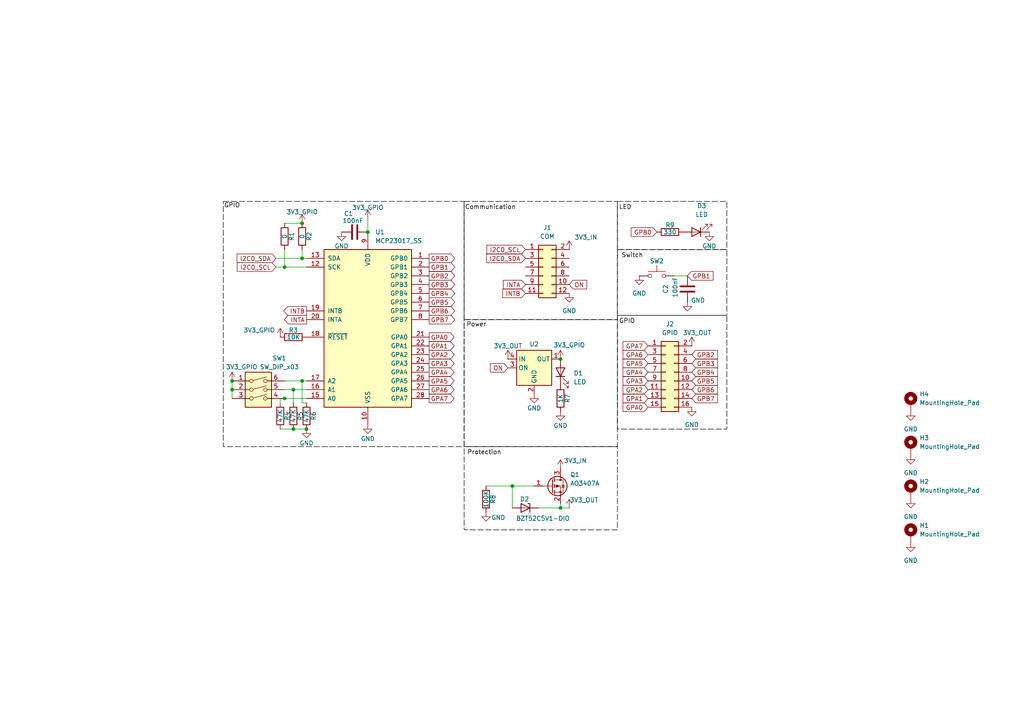
<source format=kicad_sch>
(kicad_sch (version 20250114) (generator "eeschema") (generator_version "9.0")
  (paper "A4")
  (title_block (title "GPIO_Board") (date "2025-10-26") (rev "1.0") (company "PKl"))
  (lib_symbols
    (symbol "Connector_Generic:Conn_02x06_Odd_Even" (pin_names (offset 1.016) (hide yes))
      (property "Reference" "J" (at 1.27 7.62 0))
      (property "Value" "Conn_02x06_Odd_Even" (at 1.27 -10.16 0))
      (symbol "Conn_02x06_Odd_Even_1_1"
        (rectangle (start -1.27 6.35) (end 3.81 -8.89) (stroke (width 0.254)) (fill (type background)))
        (rectangle (start -1.27 5.207) (end 0 4.953) (stroke (width 0.1524)))
        (rectangle (start -1.27 2.667) (end 0 2.413) (stroke (width 0.1524)))
        (rectangle (start -1.27 0.127) (end 0 -0.127) (stroke (width 0.1524)))
        (rectangle (start -1.27 -2.413) (end 0 -2.667) (stroke (width 0.1524)))
        (rectangle (start -1.27 -4.953) (end 0 -5.207) (stroke (width 0.1524)))
        (rectangle (start -1.27 -7.493) (end 0 -7.747) (stroke (width 0.1524)))
        (rectangle (start 3.81 5.207) (end 2.54 4.953) (stroke (width 0.1524)))
        (rectangle (start 3.81 2.667) (end 2.54 2.413) (stroke (width 0.1524)))
        (rectangle (start 3.81 0.127) (end 2.54 -0.127) (stroke (width 0.1524)))
        (rectangle (start 3.81 -2.413) (end 2.54 -2.667) (stroke (width 0.1524)))
        (rectangle (start 3.81 -4.953) (end 2.54 -5.207) (stroke (width 0.1524)))
        (rectangle (start 3.81 -7.493) (end 2.54 -7.747) (stroke (width 0.1524)))
        (pin passive line (at -5.08 5.08 0) (length 3.81) (name "Pin_1") (number "1"))
        (pin passive line (at -5.08 2.54 0) (length 3.81) (name "Pin_3") (number "3"))
        (pin passive line (at -5.08 0 0) (length 3.81) (name "Pin_5") (number "5"))
        (pin passive line (at -5.08 -2.54 0) (length 3.81) (name "Pin_7") (number "7"))
        (pin passive line (at -5.08 -5.08 0) (length 3.81) (name "Pin_9") (number "9"))
        (pin passive line (at -5.08 -7.62 0) (length 3.81) (name "Pin_11") (number "11"))
        (pin passive line (at 7.62 5.08 180) (length 3.81) (name "Pin_2") (number "2"))
        (pin passive line (at 7.62 2.54 180) (length 3.81) (name "Pin_4") (number "4"))
        (pin passive line (at 7.62 0 180) (length 3.81) (name "Pin_6") (number "6"))
        (pin passive line (at 7.62 -2.54 180) (length 3.81) (name "Pin_8") (number "8"))
        (pin passive line (at 7.62 -5.08 180) (length 3.81) (name "Pin_10") (number "10"))
        (pin passive line (at 7.62 -7.62 180) (length 3.81) (name "Pin_12") (number "12"))
      )
    )
    (symbol "Connector_Generic:Conn_02x08_Odd_Even" (pin_names (offset 1.016) (hide yes))
      (property "Reference" "J" (at 1.27 10.16 0))
      (property "Value" "Conn_02x08_Odd_Even" (at 1.27 -12.7 0))
      (symbol "Conn_02x08_Odd_Even_1_1"
        (rectangle (start -1.27 8.89) (end 3.81 -11.43) (stroke (width 0.254)) (fill (type background)))
        (rectangle (start -1.27 7.747) (end 0 7.493) (stroke (width 0.1524)))
        (rectangle (start -1.27 5.207) (end 0 4.953) (stroke (width 0.1524)))
        (rectangle (start -1.27 2.667) (end 0 2.413) (stroke (width 0.1524)))
        (rectangle (start -1.27 0.127) (end 0 -0.127) (stroke (width 0.1524)))
        (rectangle (start -1.27 -2.413) (end 0 -2.667) (stroke (width 0.1524)))
        (rectangle (start -1.27 -4.953) (end 0 -5.207) (stroke (width 0.1524)))
        (rectangle (start -1.27 -7.493) (end 0 -7.747) (stroke (width 0.1524)))
        (rectangle (start -1.27 -10.033) (end 0 -10.287) (stroke (width 0.1524)))
        (rectangle (start 3.81 7.747) (end 2.54 7.493) (stroke (width 0.1524)))
        (rectangle (start 3.81 5.207) (end 2.54 4.953) (stroke (width 0.1524)))
        (rectangle (start 3.81 2.667) (end 2.54 2.413) (stroke (width 0.1524)))
        (rectangle (start 3.81 0.127) (end 2.54 -0.127) (stroke (width 0.1524)))
        (rectangle (start 3.81 -2.413) (end 2.54 -2.667) (stroke (width 0.1524)))
        (rectangle (start 3.81 -4.953) (end 2.54 -5.207) (stroke (width 0.1524)))
        (rectangle (start 3.81 -7.493) (end 2.54 -7.747) (stroke (width 0.1524)))
        (rectangle (start 3.81 -10.033) (end 2.54 -10.287) (stroke (width 0.1524)))
        (pin passive line (at -5.08 7.62 0) (length 3.81) (name "Pin_1") (number "1"))
        (pin passive line (at -5.08 5.08 0) (length 3.81) (name "Pin_3") (number "3"))
        (pin passive line (at -5.08 2.54 0) (length 3.81) (name "Pin_5") (number "5"))
        (pin passive line (at -5.08 0 0) (length 3.81) (name "Pin_7") (number "7"))
        (pin passive line (at -5.08 -2.54 0) (length 3.81) (name "Pin_9") (number "9"))
        (pin passive line (at -5.08 -5.08 0) (length 3.81) (name "Pin_11") (number "11"))
        (pin passive line (at -5.08 -7.62 0) (length 3.81) (name "Pin_13") (number "13"))
        (pin passive line (at -5.08 -10.16 0) (length 3.81) (name "Pin_15") (number "15"))
        (pin passive line (at 7.62 7.62 180) (length 3.81) (name "Pin_2") (number "2"))
        (pin passive line (at 7.62 5.08 180) (length 3.81) (name "Pin_4") (number "4"))
        (pin passive line (at 7.62 2.54 180) (length 3.81) (name "Pin_6") (number "6"))
        (pin passive line (at 7.62 0 180) (length 3.81) (name "Pin_8") (number "8"))
        (pin passive line (at 7.62 -2.54 180) (length 3.81) (name "Pin_10") (number "10"))
        (pin passive line (at 7.62 -5.08 180) (length 3.81) (name "Pin_12") (number "12"))
        (pin passive line (at 7.62 -7.62 180) (length 3.81) (name "Pin_14") (number "14"))
        (pin passive line (at 7.62 -10.16 180) (length 3.81) (name "Pin_16") (number "16"))
      )
    )
    (symbol "Device:C" (pin_numbers (hide yes)) (pin_names (offset 0.254))
      (property "Reference" "C" (at 0.635 2.54 0))
      (property "Value" "C" (at 0.635 -2.54 0))
      (symbol "C_0_1"
        (polyline (pts (xy -2.032 0.762) (xy 2.032 0.762)) (stroke (width 0.508)))
        (polyline (pts (xy -2.032 -0.762) (xy 2.032 -0.762)) (stroke (width 0.508)))
      )
      (symbol "C_1_1"
        (pin passive line (at 0 3.81 270) (length 2.794) (name "~") (number "1"))
        (pin passive line (at 0 -3.81 90) (length 2.794) (name "~") (number "2"))
      )
    )
    (symbol "Device:LED" (pin_numbers (hide yes)) (pin_names (offset 1.016) (hide yes))
      (property "Reference" "D" (at 0 2.54 0))
      (property "Value" "LED" (at 0 -2.54 0))
      (symbol "LED_0_1"
        (polyline (pts (xy -3.048 -0.762) (xy -4.572 -2.286) (xy -3.81 -2.286) (xy -4.572 -2.286) (xy -4.572 -1.524)))
        (polyline (pts (xy -1.778 -0.762) (xy -3.302 -2.286) (xy -2.54 -2.286) (xy -3.302 -2.286) (xy -3.302 -1.524)))
        (polyline (pts (xy -1.27 0) (xy 1.27 0)))
        (polyline (pts (xy -1.27 -1.27) (xy -1.27 1.27)) (stroke (width 0.254)))
        (polyline (pts (xy 1.27 -1.27) (xy 1.27 1.27) (xy -1.27 0) (xy 1.27 -1.27)) (stroke (width 0.254)))
      )
      (symbol "LED_1_1"
        (pin passive line (at -3.81 0 0) (length 2.54) (name "K") (number "1"))
        (pin passive line (at 3.81 0 180) (length 2.54) (name "A") (number "2"))
      )
    )
    (symbol "Device:R" (pin_numbers (hide yes)) (pin_names (offset 0))
      (property "Reference" "R" (at 2.032 0 90))
      (property "Value" "R" (at 0 0 90))
      (symbol "R_0_1"
        (rectangle (start -1.016 -2.54) (end 1.016 2.54) (stroke (width 0.254)))
      )
      (symbol "R_1_1"
        (pin passive line (at 0 3.81 270) (length 1.27) (name "~") (number "1"))
        (pin passive line (at 0 -3.81 90) (length 1.27) (name "~") (number "2"))
      )
    )
    (symbol "Diode:BZT52Bxx" (pin_numbers (hide yes)) (pin_names (hide yes))
      (property "Reference" "D" (at 0 2.54 0))
      (property "Value" "BZT52Bxx" (at 0 -2.54 0))
      (symbol "BZT52Bxx_0_1"
        (polyline (pts (xy -1.27 -1.27) (xy -1.27 1.27) (xy -0.762 1.27)) (stroke (width 0.254)))
        (polyline (pts (xy 1.27 0) (xy -1.27 0)))
        (polyline (pts (xy 1.27 -1.27) (xy 1.27 1.27) (xy -1.27 0) (xy 1.27 -1.27)) (stroke (width 0.254)))
      )
      (symbol "BZT52Bxx_1_1"
        (pin passive line (at -3.81 0 0) (length 2.54) (name "K") (number "1"))
        (pin passive line (at 3.81 0 180) (length 2.54) (name "A") (number "2"))
      )
    )
    (symbol "Interface_Expansion:MCP23017_SS" (pin_names (offset 1.016))
      (property "Reference" "U" (at -11.43 24.13 0))
      (property "Value" "MCP23017_SS" (at 0 0 0))
      (symbol "MCP23017_SS_0_1"
        (rectangle (start -12.7 22.86) (end 12.7 -22.86) (stroke (width 0.254)) (fill (type background)))
      )
      (symbol "MCP23017_SS_1_1"
        (pin bidirectional line (at -17.78 20.32 0) (length 5.08) (name "SDA") (number "13"))
        (pin input line (at -17.78 17.78 0) (length 5.08) (name "SCK") (number "12"))
        (pin tri_state line (at -17.78 5.08 0) (length 5.08) (name "INTB") (number "19"))
        (pin tri_state line (at -17.78 2.54 0) (length 5.08) (name "INTA") (number "20"))
        (pin input line (at -17.78 -2.54 0) (length 5.08) (name "~{RESET}") (number "18"))
        (pin input line (at -17.78 -15.24 0) (length 5.08) (name "A2") (number "17"))
        (pin input line (at -17.78 -17.78 0) (length 5.08) (name "A1") (number "16"))
        (pin input line (at -17.78 -20.32 0) (length 5.08) (name "A0") (number "15"))
        (pin no_connect line (at -12.7 15.24 0) (length 5.08) (hide yes) (name "NC") (number "11"))
        (pin no_connect line (at -12.7 12.7 0) (length 5.08) (hide yes) (name "NC") (number "14"))
        (pin power_in line (at 0 27.94 270) (length 5.08) (name "VDD") (number "9"))
        (pin power_in line (at 0 -27.94 90) (length 5.08) (name "VSS") (number "10"))
        (pin bidirectional line (at 17.78 20.32 180) (length 5.08) (name "GPB0") (number "1"))
        (pin bidirectional line (at 17.78 17.78 180) (length 5.08) (name "GPB1") (number "2"))
        (pin bidirectional line (at 17.78 15.24 180) (length 5.08) (name "GPB2") (number "3"))
        (pin bidirectional line (at 17.78 12.7 180) (length 5.08) (name "GPB3") (number "4"))
        (pin bidirectional line (at 17.78 10.16 180) (length 5.08) (name "GPB4") (number "5"))
        (pin bidirectional line (at 17.78 7.62 180) (length 5.08) (name "GPB5") (number "6"))
        (pin bidirectional line (at 17.78 5.08 180) (length 5.08) (name "GPB6") (number "7"))
        (pin output line (at 17.78 2.54 180) (length 5.08) (name "GPB7") (number "8"))
        (pin bidirectional line (at 17.78 -2.54 180) (length 5.08) (name "GPA0") (number "21"))
        (pin bidirectional line (at 17.78 -5.08 180) (length 5.08) (name "GPA1") (number "22"))
        (pin bidirectional line (at 17.78 -7.62 180) (length 5.08) (name "GPA2") (number "23"))
        (pin bidirectional line (at 17.78 -10.16 180) (length 5.08) (name "GPA3") (number "24"))
        (pin bidirectional line (at 17.78 -12.7 180) (length 5.08) (name "GPA4") (number "25"))
        (pin bidirectional line (at 17.78 -15.24 180) (length 5.08) (name "GPA5") (number "26"))
        (pin bidirectional line (at 17.78 -17.78 180) (length 5.08) (name "GPA6") (number "27"))
        (pin output line (at 17.78 -20.32 180) (length 5.08) (name "GPA7") (number "28"))
      )
    )
    (symbol "Mechanical:MountingHole_Pad" (pin_numbers (hide yes)) (pin_names (offset 1.016) (hide yes)) (in_bom no)
      (property "Reference" "H" (at 0 6.35 0))
      (property "Value" "MountingHole_Pad" (at 0 4.445 0))
      (symbol "MountingHole_Pad_0_1"
        (circle (center 0 1.27) (radius 1.27) (stroke (width 1.27)))
      )
      (symbol "MountingHole_Pad_1_1"
        (pin input line (at 0 -2.54 90) (length 2.54) (name "1") (number "1"))
      )
    )
    (symbol "Power_Management:SiP32431DR3"
      (property "Reference" "U" (at 0 8.89 0))
      (property "Value" "SiP32431DR3" (at 0 6.35 0))
      (symbol "SiP32431DR3_0_1"
        (rectangle (start -5.08 5.08) (end 5.08 -5.08) (stroke (width 0.254)) (fill (type background)))
      )
      (symbol "SiP32431DR3_1_1"
        (pin passive line (at -7.62 2.54 0) (length 2.54) (name "IN") (number "4"))
        (pin input line (at -7.62 0 0) (length 2.54) (name "ON") (number "3"))
        (pin power_in line (at 0 -7.62 90) (length 2.54) (name "GND") (number "2"))
        (pin passive line (at 0 -7.62 90) (length 2.54) (hide yes) (name "GND") (number "5"))
        (pin no_connect line (at 5.08 0 180) (length 2.54) (hide yes) (name "NC") (number "6"))
        (pin passive line (at 7.62 2.54 180) (length 2.54) (name "OUT") (number "1"))
      )
    )
    (symbol "Switch:SW_DIP_x03" (pin_names (offset 0) (hide yes))
      (property "Reference" "SW" (at 0 6.35 0))
      (property "Value" "SW_DIP_x03" (at 0 -6.35 0))
      (symbol "SW_DIP_x03_0_0"
        (circle (center -2.032 2.54) (radius 0.508))
        (circle (center -2.032 0) (radius 0.508))
        (circle (center -2.032 -2.54) (radius 0.508))
        (polyline (pts (xy -1.524 2.667) (xy 2.3622 3.7084)))
        (polyline (pts (xy -1.524 0.127) (xy 2.3622 1.1684)))
        (polyline (pts (xy -1.524 -2.413) (xy 2.3622 -1.3716)))
        (circle (center 2.032 2.54) (radius 0.508))
        (circle (center 2.032 0) (radius 0.508))
        (circle (center 2.032 -2.54) (radius 0.508))
      )
      (symbol "SW_DIP_x03_0_1"
        (rectangle (start -3.81 5.08) (end 3.81 -5.08) (stroke (width 0.254)) (fill (type background)))
      )
      (symbol "SW_DIP_x03_1_1"
        (pin passive line (at -7.62 2.54 0) (length 5.08) (name "~") (number "1"))
        (pin passive line (at -7.62 0 0) (length 5.08) (name "~") (number "2"))
        (pin passive line (at -7.62 -2.54 0) (length 5.08) (name "~") (number "3"))
        (pin passive line (at 7.62 2.54 180) (length 5.08) (name "~") (number "6"))
        (pin passive line (at 7.62 0 180) (length 5.08) (name "~") (number "5"))
        (pin passive line (at 7.62 -2.54 180) (length 5.08) (name "~") (number "4"))
      )
    )
    (symbol "Switch:SW_Push" (pin_numbers (hide yes)) (pin_names (offset 1.016) (hide yes))
      (property "Reference" "SW" (at 1.27 2.54 0))
      (property "Value" "SW_Push" (at 0 -1.524 0))
      (symbol "SW_Push_0_1"
        (circle (center -2.032 0) (radius 0.508))
        (polyline (pts (xy 0 1.27) (xy 0 3.048)))
        (circle (center 2.032 0) (radius 0.508))
        (polyline (pts (xy 2.54 1.27) (xy -2.54 1.27)))
        (pin passive line (at -5.08 0 0) (length 2.54) (name "1") (number "1"))
        (pin passive line (at 5.08 0 180) (length 2.54) (name "2") (number "2"))
      )
    )
    (symbol "Transistor_FET:AO3401A" (pin_names (hide yes))
      (property "Reference" "Q" (at 5.08 1.905 0))
      (property "Value" "AO3401A" (at 5.08 0 0))
      (symbol "AO3401A_0_1"
        (polyline (pts (xy 0.254 1.905) (xy 0.254 -1.905)) (stroke (width 0.254)))
        (polyline (pts (xy 0.254 0) (xy -2.54 0)))
        (polyline (pts (xy 0.762 2.286) (xy 0.762 1.27)) (stroke (width 0.254)))
        (polyline (pts (xy 0.762 1.778) (xy 3.302 1.778) (xy 3.302 -1.778) (xy 0.762 -1.778)))
        (polyline (pts (xy 0.762 0.508) (xy 0.762 -0.508)) (stroke (width 0.254)))
        (polyline (pts (xy 0.762 -1.27) (xy 0.762 -2.286)) (stroke (width 0.254)))
        (circle (center 1.651 0) (radius 2.794) (stroke (width 0.254)))
        (polyline (pts (xy 2.286 0) (xy 1.27 0.381) (xy 1.27 -0.381) (xy 2.286 0)) (fill (type outline)))
        (polyline (pts (xy 2.54 2.54) (xy 2.54 1.778)))
        (circle (center 2.54 1.778) (radius 0.254) (fill (type outline)))
        (circle (center 2.54 -1.778) (radius 0.254) (fill (type outline)))
        (polyline (pts (xy 2.54 -2.54) (xy 2.54 0) (xy 0.762 0)))
        (polyline (pts (xy 2.794 -0.508) (xy 2.921 -0.381) (xy 3.683 -0.381) (xy 3.81 -0.254)))
        (polyline (pts (xy 3.302 -0.381) (xy 2.921 0.254) (xy 3.683 0.254) (xy 3.302 -0.381)))
      )
      (symbol "AO3401A_1_1"
        (pin input line (at -5.08 0 0) (length 2.54) (name "G") (number "1"))
        (pin passive line (at 2.54 5.08 270) (length 2.54) (name "D") (number "3"))
        (pin passive line (at 2.54 -5.08 90) (length 2.54) (name "S") (number "2"))
      )
    )
    (symbol "power:+3.3V" (power) (pin_numbers (hide yes)) (pin_names (offset 0) (hide yes))
      (property "Value" "+3.3V" (at 0 3.556 0))
      (symbol "+3.3V_0_1"
        (polyline (pts (xy -0.762 1.27) (xy 0 2.54)))
        (polyline (pts (xy 0 2.54) (xy 0.762 1.27)))
        (polyline (pts (xy 0 0) (xy 0 2.54)))
      )
      (symbol "+3.3V_1_1"
        (pin power_in line (at 0 0 90) (length 0) (name "~") (number "1"))
      )
    )
    (symbol "power:GND" (power) (pin_numbers (hide yes)) (pin_names (offset 0) (hide yes))
      (property "Value" "GND" (at 0 -3.81 0))
      (symbol "GND_0_1"
        (polyline (pts (xy 0 0) (xy 0 -1.27) (xy 1.27 -1.27) (xy 0 -2.54) (xy -1.27 -1.27) (xy 0 -1.27)))
      )
      (symbol "GND_1_1"
        (pin power_in line (at 0 0 270) (length 0) (name "~") (number "1"))
      )
    )
  )
  (rectangle (start 64.77 58.42) (end 134.62 129.54) (stroke (width 0) (type dash) (color 0 0 0 1)))
  (rectangle (start 179.07 58.42) (end 210.82 72.39) (stroke (width 0) (type dash) (color 0 0 0 1)))
  (rectangle (start 134.62 58.42) (end 179.07 92.71) (stroke (width 0) (type dash) (color 0 0 0 1)))
  (rectangle (start 134.62 129.54) (end 179.07 153.67) (stroke (width 0) (type dash) (color 0 0 0 1)))
  (rectangle (start 134.62 92.71) (end 179.07 129.54) (stroke (width 0) (type dash) (color 0 0 0 1)))
  (rectangle (start 179.07 72.39) (end 210.82 91.44) (stroke (width 0) (type dash) (color 0 0 0 1)))
  (rectangle (start 179.07 91.44) (end 210.82 124.46) (stroke (width 0) (type dash) (color 0 0 0 1)))
  (text "LED" (at 181.356 60.198 0) (effects (font (size 1.27 1.27))))
  (text "Protection" (at 140.462 131.318 0) (effects (font (size 1.27 1.27))))
  (text "Communication" (at 142.24 60.198 0) (effects (font (size 1.27 1.27))))
  (text "GPIO" (at 67.31 59.69 0) (effects (font (size 1.27 1.27))))
  (text "GPIO" (at 181.864 93.218 0) (effects (font (size 1.27 1.27))))
  (text "Switch" (at 183.388 74.168 0) (effects (font (size 1.27 1.27))))
  (text "Power" (at 138.176 94.234 0) (effects (font (size 1.27 1.27))))
  (junction (at 162.56 104.14))
  (junction (at 85.09 113.03))
  (junction (at 85.09 124.46))
  (junction (at 87.63 64.77))
  (junction (at 106.68 67.31))
  (junction (at 82.55 77.47))
  (junction (at 87.63 110.49))
  (junction (at 82.55 115.57))
  (junction (at 148.59 140.97))
  (junction (at 162.56 147.32))
  (junction (at 67.31 113.03))
  (junction (at 87.63 74.93))
  (junction (at 88.9 124.46))
  (junction (at 67.31 110.49))
  (wire (pts (xy 87.63 116.84) (xy 87.63 110.49)))
  (wire (pts (xy 67.31 113.03) (xy 67.31 115.57)))
  (wire (pts (xy 82.55 64.77) (xy 87.63 64.77)))
  (wire (pts (xy 85.09 113.03) (xy 88.9 113.03)))
  (wire (pts (xy 106.68 63.5) (xy 106.68 67.31)))
  (wire (pts (xy 82.55 77.47) (xy 88.9 77.47)))
  (wire (pts (xy 67.31 110.49) (xy 67.31 113.03)))
  (wire (pts (xy 148.59 140.97) (xy 148.59 147.32)))
  (wire (pts (xy 87.63 110.49) (xy 88.9 110.49)))
  (wire (pts (xy 140.97 140.97) (xy 148.59 140.97)))
  (wire (pts (xy 82.55 113.03) (xy 85.09 113.03)))
  (wire (pts (xy 88.9 116.84) (xy 87.63 116.84)))
  (wire (pts (xy 81.28 124.46) (xy 85.09 124.46)))
  (wire (pts (xy 87.63 74.93) (xy 88.9 74.93)))
  (wire (pts (xy 199.39 80.01) (xy 195.58 80.01)))
  (wire (pts (xy 81.28 116.84) (xy 81.28 115.57)))
  (wire (pts (xy 87.63 72.39) (xy 87.63 74.93)))
  (wire (pts (xy 82.55 115.57) (xy 88.9 115.57)))
  (wire (pts (xy 81.28 115.57) (xy 82.55 115.57)))
  (wire (pts (xy 156.21 147.32) (xy 162.56 147.32)))
  (wire (pts (xy 80.01 74.93) (xy 87.63 74.93)))
  (wire (pts (xy 85.09 113.03) (xy 85.09 116.84)))
  (wire (pts (xy 82.55 72.39) (xy 82.55 77.47)))
  (wire (pts (xy 82.55 110.49) (xy 87.63 110.49)))
  (wire (pts (xy 85.09 124.46) (xy 88.9 124.46)))
  (wire (pts (xy 162.56 146.05) (xy 162.56 147.32)))
  (wire (pts (xy 80.01 77.47) (xy 82.55 77.47)))
  (wire (pts (xy 162.56 147.32) (xy 165.1 147.32)))
  (wire (pts (xy 148.59 140.97) (xy 154.94 140.97)))
  (global_label "GPB1" (shape output) (at 124.46 77.47 0) (property "Intersheetrefs" "${INTERSHEET_REFS}" (effects (hide yes))))
  (global_label "GPA4" (shape output) (at 124.46 107.95 0) (property "Intersheetrefs" "${INTERSHEET_REFS}" (effects (hide yes))))
  (global_label "GPA1" (shape output) (at 124.46 100.33 0) (property "Intersheetrefs" "${INTERSHEET_REFS}" (effects (hide yes))))
  (global_label "GPA0" (shape input) (at 187.96 118.11 180) (property "Intersheetrefs" "${INTERSHEET_REFS}" (effects (hide yes))))
  (global_label "GPB2" (shape input) (at 200.66 102.87 0) (property "Intersheetrefs" "${INTERSHEET_REFS}" (effects (hide yes))))
  (global_label "GPB0" (shape output) (at 124.46 74.93 0) (property "Intersheetrefs" "${INTERSHEET_REFS}" (effects (hide yes))))
  (global_label "INTA" (shape output) (at 88.9 92.71 180) (property "Intersheetrefs" "${INTERSHEET_REFS}" (effects (hide yes))))
  (global_label "GPB5" (shape output) (at 124.46 87.63 0) (property "Intersheetrefs" "${INTERSHEET_REFS}" (effects (hide yes))))
  (global_label "I2C0_SDA" (shape input) (at 152.4 74.93 180) (property "Intersheetrefs" "${INTERSHEET_REFS}" (effects (hide yes))))
  (global_label "GPA1" (shape input) (at 187.96 115.57 180) (property "Intersheetrefs" "${INTERSHEET_REFS}" (effects (hide yes))))
  (global_label "GPB7" (shape input) (at 200.66 115.57 0) (property "Intersheetrefs" "${INTERSHEET_REFS}" (effects (hide yes))))
  (global_label "I2C0_SCL" (shape input) (at 80.01 77.47 180) (property "Intersheetrefs" "${INTERSHEET_REFS}" (effects (hide yes))))
  (global_label "GPA6" (shape output) (at 124.46 113.03 0) (property "Intersheetrefs" "${INTERSHEET_REFS}" (effects (hide yes))))
  (global_label "GPA3" (shape output) (at 124.46 105.41 0) (property "Intersheetrefs" "${INTERSHEET_REFS}" (effects (hide yes))))
  (global_label "GPB3" (shape input) (at 200.66 105.41 0) (property "Intersheetrefs" "${INTERSHEET_REFS}" (effects (hide yes))))
  (global_label "ON" (shape input) (at 165.1 82.55 0) (property "Intersheetrefs" "${INTERSHEET_REFS}" (effects (hide yes))))
  (global_label "GPA5" (shape output) (at 124.46 110.49 0) (property "Intersheetrefs" "${INTERSHEET_REFS}" (effects (hide yes))))
  (global_label "GPB5" (shape input) (at 200.66 110.49 0) (property "Intersheetrefs" "${INTERSHEET_REFS}" (effects (hide yes))))
  (global_label "GPB0" (shape input) (at 190.5 67.31 180) (property "Intersheetrefs" "${INTERSHEET_REFS}" (effects (hide yes))))
  (global_label "GPB4" (shape output) (at 124.46 85.09 0) (property "Intersheetrefs" "${INTERSHEET_REFS}" (effects (hide yes))))
  (global_label "GPA7" (shape output) (at 124.46 115.57 0) (property "Intersheetrefs" "${INTERSHEET_REFS}" (effects (hide yes))))
  (global_label "GPB6" (shape output) (at 124.46 90.17 0) (property "Intersheetrefs" "${INTERSHEET_REFS}" (effects (hide yes))))
  (global_label "GPB4" (shape input) (at 200.66 107.95 0) (property "Intersheetrefs" "${INTERSHEET_REFS}" (effects (hide yes))))
  (global_label "GPA2" (shape input) (at 187.96 113.03 180) (property "Intersheetrefs" "${INTERSHEET_REFS}" (effects (hide yes))))
  (global_label "I2C0_SDA" (shape input) (at 80.01 74.93 180) (property "Intersheetrefs" "${INTERSHEET_REFS}" (effects (hide yes))))
  (global_label "GPA7" (shape input) (at 187.96 100.33 180) (property "Intersheetrefs" "${INTERSHEET_REFS}" (effects (hide yes))))
  (global_label "INTB" (shape input) (at 152.4 85.09 180) (property "Intersheetrefs" "${INTERSHEET_REFS}" (effects (hide yes))))
  (global_label "GPA6" (shape input) (at 187.96 102.87 180) (property "Intersheetrefs" "${INTERSHEET_REFS}" (effects (hide yes))))
  (global_label "GPB1" (shape input) (at 199.39 80.01 0) (property "Intersheetrefs" "${INTERSHEET_REFS}" (effects (hide yes))))
  (global_label "GPB6" (shape input) (at 200.66 113.03 0) (property "Intersheetrefs" "${INTERSHEET_REFS}" (effects (hide yes))))
  (global_label "GPA4" (shape input) (at 187.96 107.95 180) (property "Intersheetrefs" "${INTERSHEET_REFS}" (effects (hide yes))))
  (global_label "ON" (shape input) (at 147.32 106.68 180) (property "Intersheetrefs" "${INTERSHEET_REFS}" (effects (hide yes))))
  (global_label "GPB2" (shape output) (at 124.46 80.01 0) (property "Intersheetrefs" "${INTERSHEET_REFS}" (effects (hide yes))))
  (global_label "I2C0_SCL" (shape input) (at 152.4 72.39 180) (property "Intersheetrefs" "${INTERSHEET_REFS}" (effects (hide yes))))
  (global_label "GPB3" (shape output) (at 124.46 82.55 0) (property "Intersheetrefs" "${INTERSHEET_REFS}" (effects (hide yes))))
  (global_label "GPB7" (shape output) (at 124.46 92.71 0) (property "Intersheetrefs" "${INTERSHEET_REFS}" (effects (hide yes))))
  (global_label "GPA0" (shape output) (at 124.46 97.79 0) (property "Intersheetrefs" "${INTERSHEET_REFS}" (effects (hide yes))))
  (global_label "INTB" (shape output) (at 88.9 90.17 180) (property "Intersheetrefs" "${INTERSHEET_REFS}" (effects (hide yes))))
  (global_label "GPA3" (shape input) (at 187.96 110.49 180) (property "Intersheetrefs" "${INTERSHEET_REFS}" (effects (hide yes))))
  (global_label "GPA2" (shape output) (at 124.46 102.87 0) (property "Intersheetrefs" "${INTERSHEET_REFS}" (effects (hide yes))))
  (global_label "GPA5" (shape input) (at 187.96 105.41 180) (property "Intersheetrefs" "${INTERSHEET_REFS}" (effects (hide yes))))
  (global_label "INTA" (shape input) (at 152.4 82.55 180) (property "Intersheetrefs" "${INTERSHEET_REFS}" (effects (hide yes))))
  (symbol (lib_id "Power_Management:SiP32431DR3") (at 154.94 106.68 0) (unit 1)
    (property "Reference" "U2" (at 154.94 99.822 0))
    (property "Value" "SIP32431DR3-T1GE3" (effects (hide yes)))
    (property "Footprint" "Package_TO_SOT_SMD:SOT-363_SC-70-6" (effects (hide yes)))
    (property "Datasheet" "http://www.vishay.com.hk/docs/66597/sip32431.pdf" (effects (hide yes)))
    (property "Description" "10 pA, Ultra Low Leakage and Quiescent Current, Load Switch with Reverse Blocking, High Enable, SC-70-6" (effects (hide yes)))
  )
  (symbol (lib_id "Device:R") (at 81.28 120.65 180) (unit 1)
    (property "Reference" "R4" (at 83.312 120.65 90))
    (property "Value" "47K" (at 81.28 120.65 90))
    (property "Footprint" "Resistor_SMD:R_0805_2012Metric" (effects (hide yes)))
    (property "Description" "Resistor" (effects (hide yes)))
  )
  (symbol (lib_id "power:GND") (at 264.16 144.78 0) (unit 1)
    (property "Reference" "#PWR077" (effects (hide yes)))
    (property "Value" "GND" (at 264.16 149.86 0))
    (property "Description" "Power symbol creates a global label with name \"GND\" , ground" (effects (hide yes)))
  )
  (symbol (lib_id "Device:R") (at 162.56 115.57 180) (unit 1)
    (property "Reference" "R7" (at 164.592 115.57 90))
    (property "Value" "1K" (at 162.56 115.57 90))
    (property "Footprint" "Resistor_SMD:R_0805_2012Metric" (effects (hide yes)))
    (property "Description" "Resistor" (effects (hide yes)))
  )
  (symbol (lib_id "power:GND") (at 154.94 114.3 0) (unit 1)
    (property "Reference" "#PWR02" (effects (hide yes)))
    (property "Value" "GND" (at 154.94 118.364 0))
    (property "Description" "Power symbol creates a global label with name \"GND\" , ground" (effects (hide yes)))
  )
  (symbol (lib_id "Diode:BZT52Bxx") (at 152.4 147.32 0) (mirror y) (unit 1)
    (property "Reference" "D2" (at 152.146 144.78 0))
    (property "Value" "BZT52C5V1-DIO" (at 157.48 150.368 0))
    (property "Footprint" "Diode_SMD:D_SOD-123F" (effects (hide yes)))
    (property "Datasheet" "https://diotec.com/tl_files/diotec/files/pdf/datasheets/bzt52b2v4.pdf" (effects (hide yes)))
    (property "Description" "500mW Zener Diode, SOD-123F" (effects (hide yes)))
  )
  (symbol (lib_id "power:+3.3V") (at 162.56 135.89 0) (unit 1)
    (property "Reference" "#PWR0101" (effects (hide yes)))
    (property "Value" "3V3_IN" (at 166.878 133.604 0))
    (property "Description" "Power symbol creates a global label with name \"+3.3V\"" (effects (hide yes)))
  )
  (symbol (lib_id "Mechanical:MountingHole_Pad") (at 264.16 116.84 0) (unit 1) (in_bom no)
    (property "Reference" "H4" (at 266.7 114.2999 0) (effects (justify left)))
    (property "Value" "MountingHole_Pad" (at 266.7 116.8399 0) (effects (justify left)))
    (property "Footprint" "MountingHole:MountingHole_3.2mm_M3_DIN965_Pad" (effects (hide yes)))
    (property "Description" "Mounting Hole with connection" (effects (hide yes)))
  )
  (symbol (lib_id "Device:R") (at 85.09 120.65 180) (unit 1)
    (property "Reference" "R5" (at 87.122 120.65 90))
    (property "Value" "47K" (at 85.09 120.65 90))
    (property "Footprint" "Resistor_SMD:R_0805_2012Metric" (effects (hide yes)))
    (property "Description" "Resistor" (effects (hide yes)))
  )
  (symbol (lib_id "power:GND") (at 185.42 80.01 0) (unit 1)
    (property "Reference" "#PWR037" (effects (hide yes)))
    (property "Value" "GND" (at 185.42 85.09 0))
    (property "Description" "Power symbol creates a global label with name \"GND\" , ground" (effects (hide yes)))
  )
  (symbol (lib_id "Mechanical:MountingHole_Pad") (at 264.16 129.54 0) (unit 1) (in_bom no)
    (property "Reference" "H3" (at 266.7 126.9999 0) (effects (justify left)))
    (property "Value" "MountingHole_Pad" (at 266.7 129.5399 0) (effects (justify left)))
    (property "Footprint" "MountingHole:MountingHole_3.2mm_M3_DIN965_Pad" (effects (hide yes)))
    (property "Description" "Mounting Hole with connection" (effects (hide yes)))
  )
  (symbol (lib_id "power:GND") (at 264.16 157.48 0) (unit 1)
    (property "Reference" "#PWR078" (effects (hide yes)))
    (property "Value" "GND" (at 264.16 162.56 0))
    (property "Description" "Power symbol creates a global label with name \"GND\" , ground" (effects (hide yes)))
  )
  (symbol (lib_id "Device:R") (at 88.9 120.65 180) (unit 1)
    (property "Reference" "R6" (at 90.932 120.65 90))
    (property "Value" "47K" (at 88.9 120.65 90))
    (property "Footprint" "Resistor_SMD:R_0805_2012Metric" (effects (hide yes)))
    (property "Description" "Resistor" (effects (hide yes)))
  )
  (symbol (lib_id "power:GND") (at 264.16 119.38 0) (unit 1)
    (property "Reference" "#PWR0132" (effects (hide yes)))
    (property "Value" "GND" (at 264.16 124.46 0))
    (property "Description" "Power symbol creates a global label with name \"GND\" , ground" (effects (hide yes)))
  )
  (symbol (lib_id "power:GND") (at 162.56 119.38 0) (unit 1)
    (property "Reference" "#PWR04" (effects (hide yes)))
    (property "Value" "GND" (at 162.56 123.444 0))
    (property "Description" "Power symbol creates a global label with name \"GND\" , ground" (effects (hide yes)))
  )
  (symbol (lib_id "Device:LED") (at 201.93 67.31 180) (unit 1)
    (property "Reference" "D3" (at 203.5175 59.69 0))
    (property "Value" "LED" (at 203.5175 62.23 0))
    (property "Footprint" "LED_SMD:LED_0805_2012Metric" (effects (hide yes)))
    (property "Description" "Light emitting diode" (effects (hide yes)))
    (property "Sim.Pins" "1=K 2=A" (effects (hide yes)))
  )
  (symbol (lib_id "Switch:SW_DIP_x03") (at 74.93 113.03 0) (unit 1)
    (property "Reference" "SW1" (at 81.026 103.886 0))
    (property "Value" "SW_DIP_x03" (at 81.026 106.426 0))
    (property "Footprint" "Button_Switch_THT:SW_DIP_SPSTx03_Slide_9.78x9.8mm_W7.62mm_P2.54mm" (effects (hide yes)))
    (property "Description" "3x DIP Switch, Single Pole Single Throw (SPST) switch, small symbol" (effects (hide yes)))
  )
  (symbol (lib_id "Device:R") (at 85.09 97.79 270) (unit 1)
    (property "Reference" "R3" (at 85.09 95.758 90))
    (property "Value" "10K" (at 85.09 97.79 90))
    (property "Footprint" "Resistor_SMD:R_0805_2012Metric" (effects (hide yes)))
    (property "Description" "Resistor" (effects (hide yes)))
  )
  (symbol (lib_id "power:GND") (at 199.39 87.63 0) (unit 1)
    (property "Reference" "#PWR076" (effects (hide yes)))
    (property "Value" "GND" (at 202.438 87.122 0))
    (property "Description" "Power symbol creates a global label with name \"GND\" , ground" (effects (hide yes)))
  )
  (symbol (lib_id "power:GND") (at 99.06 67.31 0) (unit 1)
    (property "Reference" "#PWR085" (effects (hide yes)))
    (property "Value" "GND" (at 99.06 71.374 0))
    (property "Description" "Power symbol creates a global label with name \"GND\" , ground" (effects (hide yes)))
  )
  (symbol (lib_id "power:+3.3V") (at 81.28 97.79 0) (unit 1)
    (property "Reference" "#PWR0108" (effects (hide yes)))
    (property "Value" "3V3_GPIO" (at 75.184 95.758 0))
    (property "Description" "Power symbol creates a global label with name \"+3.3V\"" (effects (hide yes)))
  )
  (symbol (lib_id "Device:R") (at 140.97 144.78 180) (unit 1)
    (property "Reference" "R8" (at 143.002 144.78 90))
    (property "Value" "100K" (at 140.97 144.78 90))
    (property "Footprint" "Resistor_SMD:R_0805_2012Metric" (effects (hide yes)))
    (property "Description" "Resistor" (effects (hide yes)))
  )
  (symbol (lib_id "Mechanical:MountingHole_Pad") (at 264.16 142.24 0) (unit 1) (in_bom no)
    (property "Reference" "H2" (at 266.7 139.6999 0) (effects (justify left)))
    (property "Value" "MountingHole_Pad" (at 266.7 142.2399 0) (effects (justify left)))
    (property "Footprint" "MountingHole:MountingHole_3.2mm_M3_DIN965_Pad" (effects (hide yes)))
    (property "Description" "Mounting Hole with connection" (effects (hide yes)))
  )
  (symbol (lib_id "Transistor_FET:AO3401A") (at 160.02 140.97 0) (unit 1)
    (property "Reference" "Q1" (at 165.354 137.668 0) (effects (justify left)))
    (property "Value" "AO3407A" (at 165.354 140.208 0) (effects (justify left)))
    (property "Footprint" "Package_TO_SOT_SMD:SOT-23" (effects (hide yes)))
    (property "Datasheet" "http://www.aosmd.com/pdfs/datasheet/AO3401A.pdf" (effects (hide yes)))
    (property "Description" "-4.0A Id, -30V Vds, P-Channel MOSFET, SOT-23" (effects (hide yes)))
  )
  (symbol (lib_id "Device:R") (at 194.31 67.31 270) (unit 1)
    (property "Reference" "R9" (at 194.31 65.278 90))
    (property "Value" "330" (at 194.31 67.31 90))
    (property "Footprint" "Resistor_SMD:R_0805_2012Metric" (effects (hide yes)))
    (property "Description" "Resistor" (effects (hide yes)))
  )
  (symbol (lib_id "power:GND") (at 200.66 118.11 0) (unit 1)
    (property "Reference" "#PWR07" (effects (hide yes)))
    (property "Value" "GND" (at 200.66 123.19 0))
    (property "Description" "Power symbol creates a global label with name \"GND\" , ground" (effects (hide yes)))
  )
  (symbol (lib_id "power:GND") (at 205.74 67.31 0) (unit 1)
    (property "Reference" "#PWR051" (effects (hide yes)))
    (property "Value" "GND" (at 205.74 71.374 0))
    (property "Description" "Power symbol creates a global label with name \"GND\" , ground" (effects (hide yes)))
  )
  (symbol (lib_id "Device:R") (at 82.55 68.58 180) (unit 1)
    (property "Reference" "R1" (at 84.582 68.58 90))
    (property "Value" "0" (at 82.55 68.58 90))
    (property "Footprint" "Resistor_SMD:R_0805_2012Metric" (effects (hide yes)))
    (property "Description" "Resistor" (effects (hide yes)))
  )
  (symbol (lib_id "power:GND") (at 88.9 124.46 0) (unit 1)
    (property "Reference" "#PWR0110" (effects (hide yes)))
    (property "Value" "GND" (at 88.9 128.524 0))
    (property "Description" "Power symbol creates a global label with name \"GND\" , ground" (effects (hide yes)))
  )
  (symbol (lib_id "power:+3.3V") (at 67.31 110.49 0) (unit 1)
    (property "Reference" "#PWR0109" (effects (hide yes)))
    (property "Value" "3V3_GPIO" (at 70.104 106.426 0))
    (property "Description" "Power symbol creates a global label with name \"+3.3V\"" (effects (hide yes)))
  )
  (symbol (lib_id "power:GND") (at 165.1 85.09 0) (unit 1)
    (property "Reference" "#PWR05" (effects (hide yes)))
    (property "Value" "GND" (at 165.1 90.17 0))
    (property "Description" "Power symbol creates a global label with name \"GND\" , ground" (effects (hide yes)))
  )
  (symbol (lib_id "power:GND") (at 264.16 132.08 0) (unit 1)
    (property "Reference" "#PWR0131" (effects (hide yes)))
    (property "Value" "GND" (at 264.16 137.16 0))
    (property "Description" "Power symbol creates a global label with name \"GND\" , ground" (effects (hide yes)))
  )
  (symbol (lib_id "power:+3.3V") (at 162.56 104.14 0) (unit 1)
    (property "Reference" "#PWR03" (effects (hide yes)))
    (property "Value" "3V3_GPIO" (at 165.1 100.076 0))
    (property "Description" "Power symbol creates a global label with name \"+3.3V\"" (effects (hide yes)))
  )
  (symbol (lib_id "Device:LED") (at 162.56 107.95 90) (unit 1)
    (property "Reference" "D1" (at 166.37 108.2674 90) (effects (justify right)))
    (property "Value" "LED" (at 166.37 110.8074 90) (effects (justify right)))
    (property "Footprint" "LED_SMD:LED_0805_2012Metric" (effects (hide yes)))
    (property "Description" "Light emitting diode" (effects (hide yes)))
    (property "Sim.Pins" "1=K 2=A" (effects (hide yes)))
  )
  (symbol (lib_id "power:+3.3V") (at 165.1 72.39 0) (unit 1)
    (property "Reference" "#PWR06" (effects (hide yes)))
    (property "Value" "3V3_IN" (at 169.926 68.834 0))
    (property "Description" "Power symbol creates a global label with name \"+3.3V\"" (effects (hide yes)))
  )
  (symbol (lib_id "Mechanical:MountingHole_Pad") (at 264.16 154.94 0) (unit 1) (in_bom no)
    (property "Reference" "H1" (at 266.7 152.3999 0) (effects (justify left)))
    (property "Value" "MountingHole_Pad" (at 266.7 154.9399 0) (effects (justify left)))
    (property "Footprint" "MountingHole:MountingHole_3.2mm_M3_DIN965_Pad" (effects (hide yes)))
    (property "Description" "Mounting Hole with connection" (effects (hide yes)))
  )
  (symbol (lib_id "Connector_Generic:Conn_02x08_Odd_Even") (at 193.04 107.95 0) (unit 1)
    (property "Reference" "J2" (at 194.31 93.98 0))
    (property "Value" "GPIO" (at 194.31 96.52 0))
    (property "Footprint" "Connector_PinHeader_2.54mm:PinHeader_2x08_P2.54mm_Vertical" (effects (hide yes)))
    (property "Description" "Generic connector, double row, 02x08, odd/even pin numbering scheme (row 1 odd numbers, row 2 even numbers), script generated (kicad-library-utils/schlib/autogen/connector/)" (effects (hide yes)))
  )
  (symbol (lib_id "power:+3.3V") (at 165.1 147.32 0) (unit 1)
    (property "Reference" "#PWR08" (effects (hide yes)))
    (property "Value" "3V3_OUT" (at 169.418 145.034 0))
    (property "Description" "Power symbol creates a global label with name \"+3.3V\"" (effects (hide yes)))
  )
  (symbol (lib_id "power:+3.3V") (at 87.63 64.77 0) (unit 1)
    (property "Reference" "#PWR0124" (effects (hide yes)))
    (property "Value" "3V3_GPIO" (at 87.63 61.468 0))
    (property "Description" "Power symbol creates a global label with name \"+3.3V\"" (effects (hide yes)))
  )
  (symbol (lib_id "power:+3.3V") (at 106.68 63.5 0) (unit 1)
    (property "Reference" "#PWR0107" (effects (hide yes)))
    (property "Value" "3V3_GPIO" (at 106.68 60.198 0))
    (property "Description" "Power symbol creates a global label with name \"+3.3V\"" (effects (hide yes)))
  )
  (symbol (lib_id "power:+3.3V") (at 200.66 100.33 0) (unit 1)
    (property "Reference" "#PWR0102" (effects (hide yes)))
    (property "Value" "3V3_OUT" (at 202.184 96.52 0))
    (property "Description" "Power symbol creates a global label with name \"+3.3V\"" (effects (hide yes)))
  )
  (symbol (lib_id "power:+3.3V") (at 147.32 104.14 0) (unit 1)
    (property "Reference" "#PWR01" (effects (hide yes)))
    (property "Value" "3V3_OUT" (at 147.32 100.33 0))
    (property "Description" "Power symbol creates a global label with name \"+3.3V\"" (effects (hide yes)))
  )
  (symbol (lib_id "power:GND") (at 106.68 123.19 0) (unit 1)
    (property "Reference" "#PWR070" (effects (hide yes)))
    (property "Value" "GND" (at 106.68 127.254 0))
    (property "Description" "Power symbol creates a global label with name \"GND\" , ground" (effects (hide yes)))
  )
  (symbol (lib_id "Switch:SW_Push") (at 190.5 80.01 0) (unit 1)
    (property "Reference" "SW2" (at 190.5 75.692 0))
    (property "Value" "Tact Switch 6x6mm / 13mm" (effects (hide yes)))
    (property "Footprint" "Button_Switch_THT:SW_PUSH_6mm" (effects (hide yes)))
    (property "Description" "Push button switch, generic, two pins" (effects (hide yes)))
  )
  (symbol (lib_id "Device:R") (at 87.63 68.58 180) (unit 1)
    (property "Reference" "R2" (at 89.662 68.58 90))
    (property "Value" "0" (at 87.63 68.58 90))
    (property "Footprint" "Resistor_SMD:R_0805_2012Metric" (effects (hide yes)))
    (property "Description" "Resistor" (effects (hide yes)))
  )
  (symbol (lib_id "Interface_Expansion:MCP23017_SS") (at 106.68 95.25 0) (unit 1)
    (property "Reference" "U1" (at 108.8233 67.31 0) (effects (justify left)))
    (property "Value" "MCP23017_SS" (at 108.8233 69.85 0) (effects (justify left)))
    (property "Footprint" "Package_SO:SSOP-28_5.3x10.2mm_P0.65mm" (effects (hide yes)))
    (property "Datasheet" "https://ww1.microchip.com/downloads/aemDocuments/documents/APID/ProductDocuments/DataSheets/MCP23017-Data-Sheet-DS20001952.pdf" (effects (hide yes)))
    (property "Description" "16-bit I/O expander, I2C, interrupts, w pull-ups, SSOP-28" (effects (hide yes)))
  )
  (symbol (lib_id "Connector_Generic:Conn_02x06_Odd_Even") (at 157.48 77.47 0) (unit 1)
    (property "Reference" "J1" (at 158.75 66.04 0))
    (property "Value" "COM" (at 158.75 68.58 0))
    (property "Footprint" "Connector_PinHeader_2.54mm:PinHeader_2x06_P2.54mm_Vertical" (effects (hide yes)))
    (property "Description" "Generic connector, double row, 02x06, odd/even pin numbering scheme (row 1 odd numbers, row 2 even numbers), script generated (kicad-library-utils/schlib/autogen/connector/)" (effects (hide yes)))
  )
  (symbol (lib_id "Device:C") (at 102.87 67.31 270) (unit 1)
    (property "Reference" "C1" (at 101.092 61.976 90))
    (property "Value" "100nF" (at 102.362 64.008 90))
    (property "Footprint" "Capacitor_SMD:C_0805_2012Metric" (effects (hide yes)))
    (property "Description" "Unpolarized capacitor" (effects (hide yes)))
  )
  (symbol (lib_id "power:GND") (at 140.97 148.59 0) (unit 1)
    (property "Reference" "#PWR081" (effects (hide yes)))
    (property "Value" "GND" (at 144.526 150.114 0))
    (property "Description" "Power symbol creates a global label with name \"GND\" , ground" (effects (hide yes)))
  )
  (symbol (lib_id "Device:C") (at 199.39 83.82 0) (unit 1)
    (property "Reference" "C2" (at 193.04 83.82 90))
    (property "Value" "100nF" (at 195.834 83.312 90))
    (property "Footprint" "Capacitor_SMD:C_0805_2012Metric" (effects (hide yes)))
    (property "Description" "Unpolarized capacitor" (effects (hide yes)))
  )
)
</source>
